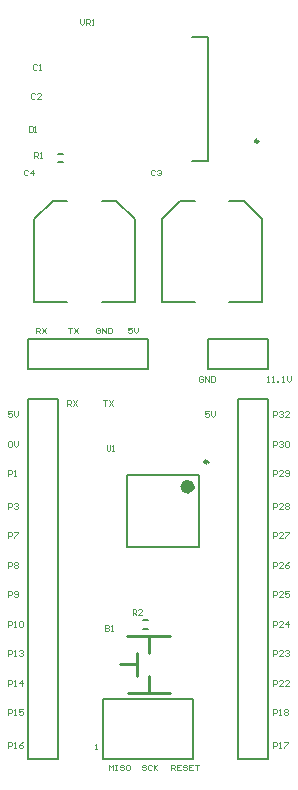
<source format=gto>
%FSTAX24Y24*%
%MOIN*%
%SFA1B1*%

%IPPOS*%
%ADD19C,0.010000*%
%ADD26C,0.009800*%
%ADD27C,0.023600*%
%ADD28C,0.007900*%
%ADD29C,0.004900*%
%LNpcb1-1*%
%LPC*%
G36*
X005088Y012029D02*
X005081D01*
Y012022*
X005088*
Y012029*
G37*
G36*
X005448Y012382D02*
X005435D01*
Y012376*
X005421*
Y012369*
X005408*
Y012362*
X005395*
Y012356*
X005381*
Y012349*
X005368*
Y012342*
X005355*
Y012336*
X005341*
Y012329*
X005328*
Y012322*
X005315*
Y012316*
X005301*
Y012309*
X005281*
Y012302*
X005268*
Y012296*
X005255*
Y012289*
X005241*
Y012282*
Y012276*
Y012269*
Y012262*
Y012255*
Y012249*
Y012242*
X005235*
Y012235*
Y012229*
Y012222*
Y012215*
X005228*
Y012209*
Y012202*
Y012195*
Y012189*
X005221*
Y012182*
Y012175*
Y012169*
X005214*
Y012162*
Y012155*
X005208*
Y012149*
Y012142*
X005201*
Y012135*
Y012129*
X005194*
Y012122*
Y012115*
X005188*
Y012109*
X005181*
Y012102*
Y012095*
X005174*
Y012089*
X005168*
Y012082*
X005161*
Y012075*
X005154*
Y012069*
X005148*
Y012062*
X005141*
Y012055*
X005128*
Y012049*
Y012042*
X005134*
Y012049*
X005148*
Y012055*
X005174*
Y012062*
X005208*
Y012069*
X005281*
Y012062*
X005315*
Y012055*
X005341*
Y012049*
X005361*
Y012042*
X005381*
Y012035*
X005395*
Y012029*
X005408*
Y012022*
X005428*
Y012015*
X005435*
Y012008*
X005448*
Y012015*
X005468*
Y012022*
X005488*
Y012029*
X005515*
Y012035*
X005535*
Y012042*
X005562*
Y012049*
X005588*
Y012055*
X005615*
Y012062*
X005628*
Y012069*
Y012075*
Y012082*
Y012089*
Y012095*
X005635*
Y012102*
Y012109*
Y012115*
Y012122*
Y012129*
Y012135*
X005642*
Y012142*
Y012149*
Y012155*
Y012162*
Y012169*
Y012175*
Y012182*
Y012189*
Y012195*
Y012202*
Y012209*
Y012215*
X005628*
Y012222*
X005622*
Y012229*
X005615*
Y012235*
X005602*
Y012242*
X005595*
Y012249*
X005588*
Y012255*
X005582*
Y012262*
X005568*
Y012269*
X005562*
Y012276*
X005555*
Y012282*
X005548*
Y012289*
X005542*
Y012296*
X005535*
Y012302*
X005522*
Y012309*
X005515*
Y012316*
X005508*
Y012322*
X005502*
Y012329*
X005495*
Y012336*
X005488*
Y012342*
X005482*
Y012349*
X005475*
Y012356*
X005468*
Y012362*
X005461*
Y012369*
X005455*
Y012376*
X005448*
Y012382*
G37*
G36*
X005341Y012703D02*
X005328D01*
Y012696*
X005321*
Y012689*
X005315*
Y012683*
X005308*
Y012676*
X005301*
Y012669*
X005295*
Y012663*
X005288*
Y012656*
X005281*
Y012649*
X005275*
Y012643*
X005261*
Y012636*
X005255*
Y012629*
X005248*
Y012623*
X005241*
Y012616*
X005235*
Y012609*
X005228*
Y012603*
X005221*
Y012596*
X005214*
Y012589*
X005208*
Y012583*
X005201*
Y012576*
X005194*
Y012569*
X005188*
Y012563*
X005181*
Y012556*
X005168*
Y012549*
X005161*
Y012543*
X005154*
Y012536*
X005148*
Y012529*
X005141*
Y012523*
X005134*
Y012516*
X005128*
Y012509*
X005121*
Y012502*
X005114*
Y012496*
X005108*
Y012489*
X005101*
Y012482*
X005094*
Y012476*
X005081*
Y012469*
X005074*
Y012462*
X005068*
Y012456*
X005061*
Y012449*
X005054*
Y012442*
X005048*
Y012436*
X005041*
Y012429*
X005034*
Y012422*
X005028*
Y012416*
X005021*
Y012409*
X005014*
Y012402*
X005008*
Y012396*
Y012389*
Y012382*
Y012376*
Y012369*
Y012362*
Y012356*
Y012349*
Y012342*
Y012336*
Y012329*
Y012322*
Y012316*
Y012309*
Y012302*
Y012296*
Y012289*
Y012282*
Y012276*
Y012269*
Y012262*
Y012255*
Y012249*
Y012242*
Y012235*
Y012229*
Y012222*
Y012215*
Y012209*
Y012202*
Y012195*
Y012189*
Y012182*
Y012175*
Y012169*
Y012162*
Y012155*
Y012149*
Y012142*
Y012135*
Y012129*
Y012122*
Y012115*
Y012109*
Y012102*
Y012095*
Y012089*
Y012082*
Y012075*
X005028*
Y012082*
X005048*
Y012089*
X005068*
Y012095*
X005074*
Y012102*
X005088*
Y012109*
X005101*
Y012115*
X005108*
Y012122*
X005114*
Y012129*
X005121*
Y012135*
X005128*
Y012142*
X005134*
Y012149*
X005141*
Y012155*
Y012162*
X005148*
Y012169*
Y012175*
X005154*
Y012182*
Y012189*
X005161*
Y012195*
Y012202*
Y012209*
X005168*
Y012215*
Y012222*
Y012229*
Y012235*
Y012242*
X005174*
Y012249*
Y012255*
Y012262*
Y012269*
Y012276*
Y012282*
Y012289*
Y012296*
Y012302*
Y012309*
Y012316*
Y012322*
Y012329*
Y012336*
Y012342*
X005194*
Y012349*
X005214*
Y012356*
X005235*
Y012362*
X005255*
Y012369*
X005268*
Y012376*
X005281*
Y012382*
X005301*
Y012389*
X005315*
Y012396*
X005328*
Y012402*
X005341*
Y012409*
X005355*
Y012416*
X005368*
Y012422*
X005375*
Y012429*
X005388*
Y012436*
X005401*
Y012442*
X005415*
Y012449*
X005421*
Y012456*
X005435*
Y012462*
X005441*
Y012469*
X005461*
Y012462*
X005468*
Y012456*
X005475*
Y012449*
X005482*
Y012442*
Y012436*
X005488*
Y012429*
X005495*
Y012422*
X005502*
Y012416*
X005508*
Y012409*
X005522*
Y012402*
X005528*
Y012396*
X005535*
Y012389*
X005542*
Y012382*
X005548*
Y012376*
X005555*
Y012369*
X005562*
Y012362*
X005568*
Y012356*
X005575*
Y012349*
X005582*
Y012342*
X005588*
Y012336*
X005595*
Y012329*
X005608*
Y012322*
X005615*
Y012316*
X005622*
Y012309*
X005628*
Y012302*
X005635*
Y012296*
X005642*
Y012289*
X005648*
Y012282*
X005662*
Y012276*
X005668*
Y012269*
X005675*
Y012262*
X005682*
Y012255*
X005695*
Y012249*
X005702*
Y012242*
X005709*
Y012235*
X005715*
Y012229*
Y012222*
Y012215*
Y012209*
Y012202*
Y012195*
Y012189*
Y012182*
Y012175*
Y012169*
X005709*
Y012162*
Y012155*
Y012149*
Y012142*
Y012135*
Y012129*
Y012122*
X005702*
Y012115*
Y012109*
Y012102*
Y012095*
Y012089*
X005695*
Y012082*
Y012075*
Y012069*
Y012062*
X005688*
Y012055*
Y012049*
Y012042*
Y012035*
X005682*
Y012029*
Y012022*
Y012015*
Y012008*
X005675*
Y012002*
X005662*
Y011995*
X005628*
Y011988*
X005595*
Y011982*
X005568*
Y011975*
X005548*
Y011968*
X005522*
Y011962*
X005502*
Y011955*
X005475*
Y011948*
X005448*
Y011942*
X005415*
Y011948*
X005408*
Y011955*
X005395*
Y011962*
X005381*
Y011968*
X005368*
Y011975*
X005355*
Y011982*
X005335*
Y011988*
X005315*
Y011995*
X005275*
Y012002*
X005221*
Y011995*
X005188*
Y011988*
X005168*
Y011982*
X005154*
Y011975*
X005141*
Y011968*
X005134*
Y011962*
X005121*
Y011955*
X005114*
Y011948*
X005108*
Y011942*
X005101*
Y011935*
X005094*
Y011928*
X005088*
Y011922*
X005081*
Y011915*
X005074*
Y011908*
X005068*
Y011902*
X005061*
Y011895*
Y011888*
X005054*
Y011882*
Y011875*
X005068*
Y011868*
X005088*
Y011862*
X005101*
Y011855*
X005114*
Y011848*
X005134*
Y011842*
X005148*
Y011835*
X005161*
Y011828*
X005181*
Y011822*
X005194*
Y011815*
X005208*
Y011808*
X005228*
Y011802*
X005241*
Y011795*
X005261*
Y011788*
X005275*
Y011782*
X005288*
Y011775*
X005308*
Y011768*
X005321*
Y011761*
X005335*
Y011755*
X005355*
Y011748*
X005368*
Y011741*
X005395*
Y011735*
X005461*
Y011728*
X005535*
Y011721*
X005608*
Y011715*
X005675*
Y011708*
X005715*
Y011701*
X005722*
Y011695*
X005729*
Y011688*
X005735*
Y011681*
X005749*
Y011675*
X005755*
Y011668*
X005762*
Y011661*
X005769*
Y011655*
X005782*
Y011648*
X005789*
Y011641*
X005795*
Y011635*
X005809*
Y011628*
X005815*
Y011621*
X005829*
Y011615*
X005835*
Y011608*
X005849*
Y011601*
X005855*
Y011595*
X005869*
Y011588*
X005875*
Y011581*
X005889*
Y011575*
X005902*
Y011568*
X005915*
Y011561*
X005929*
Y011555*
X005942*
Y011548*
X005956*
Y011541*
X005969*
Y011535*
X005982*
Y011528*
X005996*
Y011521*
X006016*
Y011514*
X006029*
Y011508*
X006049*
Y011501*
X006069*
Y011494*
X006089*
Y011488*
X006109*
Y011481*
X006136*
Y011474*
X006162*
Y011468*
X006196*
Y011461*
X006236*
Y011454*
X006296*
Y011448*
X006316*
Y011441*
X006323*
Y011434*
X006329*
Y011428*
X006336*
Y011421*
X006343*
Y011414*
X006349*
Y011408*
Y011401*
X006356*
Y011394*
X006363*
Y011388*
X006369*
Y011381*
X006376*
Y011374*
X006383*
Y011368*
X006389*
Y011361*
X006396*
Y011354*
X006403*
Y011348*
X006409*
Y011341*
X006416*
Y011334*
Y011328*
X006423*
Y011321*
X006429*
Y011314*
X006436*
Y011308*
X006443*
Y011301*
X006463*
Y011308*
X006476*
Y011314*
X006483*
Y011321*
X006496*
Y011328*
X006503*
Y011334*
X00651*
Y011341*
X006523*
Y011348*
X00653*
Y011354*
X006536*
Y011361*
X006543*
Y011368*
X006556*
Y011374*
X006563*
Y011381*
X00657*
Y011388*
X006576*
Y011394*
X006583*
Y011401*
X00659*
Y011408*
X006596*
Y011414*
X006603*
Y011421*
X00661*
Y011428*
X006616*
Y011434*
X006623*
Y011441*
X00663*
Y011448*
Y011454*
X006636*
Y011461*
X006643*
Y011468*
X00665*
Y011474*
X006656*
Y011481*
Y011488*
X006663*
Y011494*
X00667*
Y011501*
X006676*
Y011508*
Y011514*
X006683*
Y011521*
X00669*
Y011528*
Y011535*
X006697*
Y011541*
Y011548*
X006703*
Y011555*
X00671*
Y011561*
Y011568*
X006717*
Y011575*
Y011581*
Y011588*
X00671*
Y011595*
Y011601*
X006703*
Y011608*
X006697*
Y011615*
X00669*
Y011621*
Y011628*
X006683*
Y011635*
X006676*
Y011641*
X00667*
Y011648*
X006663*
Y011655*
Y011661*
X006656*
Y011668*
X00665*
Y011675*
X006643*
Y011681*
Y011688*
X006636*
Y011695*
X00663*
Y011701*
X006623*
Y011708*
Y011715*
X006616*
Y011721*
X00661*
Y011728*
X006603*
Y011735*
X006596*
Y011741*
Y011748*
X00659*
Y011755*
X006583*
Y011761*
X006576*
Y011768*
Y011775*
X00657*
Y011782*
X006563*
Y011788*
X006556*
Y011795*
Y011802*
X00655*
Y011808*
X006543*
Y011815*
X006536*
Y011822*
Y011828*
X00653*
Y011835*
X006523*
Y011842*
X006516*
Y011848*
X00651*
Y011855*
Y011862*
X006503*
Y011868*
X006496*
Y011875*
X00649*
Y011882*
Y011888*
X006483*
Y011895*
X006476*
Y011902*
X00647*
Y011908*
Y011915*
X006463*
Y011922*
X006456*
Y011928*
X006449*
Y011935*
X006443*
Y011942*
Y011948*
X006436*
Y011955*
X006429*
Y011962*
X006423*
Y011968*
Y011975*
X006416*
Y011982*
X006409*
Y011988*
X006403*
Y011995*
Y012002*
X006396*
Y012008*
X006389*
Y012015*
X006383*
Y012022*
Y012029*
X006376*
Y012035*
X006369*
Y012042*
X006363*
Y012049*
X006356*
Y012055*
Y012062*
X006349*
Y012069*
X006343*
Y012075*
X006336*
Y012082*
Y012089*
X006329*
Y012095*
X006323*
Y012102*
X006316*
Y012109*
Y012115*
X006309*
Y012122*
X006303*
Y012129*
X006296*
Y012135*
X006289*
Y012142*
Y012149*
X006283*
Y012155*
X006276*
Y012162*
X006269*
Y012169*
Y012175*
X006263*
Y012182*
X006256*
Y012189*
X006249*
Y012195*
Y012202*
X006243*
Y012209*
X006236*
Y012215*
X006229*
Y012222*
Y012229*
X006223*
Y012235*
X006216*
Y012242*
X006209*
Y012249*
X006202*
Y012255*
Y012262*
X006196*
Y012269*
X006189*
Y012276*
X006182*
Y012282*
Y012289*
X006176*
Y012296*
X006169*
Y012302*
X006162*
Y012309*
Y012316*
X006156*
Y012322*
X006149*
Y012329*
X006142*
Y012336*
X006136*
Y012342*
Y012349*
X006129*
Y012356*
X006122*
Y012362*
X006116*
Y012369*
Y012376*
X006109*
Y012382*
X006102*
Y012389*
X006096*
Y012396*
Y012402*
X006089*
Y012409*
X006082*
Y012416*
X006076*
Y012422*
Y012429*
X006069*
Y012436*
X006062*
Y012442*
X006056*
Y012449*
X006049*
Y012456*
Y012462*
X006042*
Y012469*
X006036*
Y012476*
X006029*
Y012482*
Y012489*
X006022*
Y012496*
X006016*
Y012502*
X006009*
Y012509*
Y012516*
X006002*
Y012523*
X005996*
Y012529*
X005989*
Y012536*
X005982*
Y012543*
Y012549*
X005976*
Y012556*
X005969*
Y012563*
X005935*
Y012569*
X005909*
Y012576*
X005875*
Y012583*
X005849*
Y012589*
X005815*
Y012596*
X005789*
Y012603*
X005762*
Y012609*
X005729*
Y012616*
X005702*
Y012623*
X005668*
Y012629*
X005642*
Y012636*
X005608*
Y012643*
X005582*
Y012649*
X005548*
Y012656*
X005522*
Y012663*
X005488*
Y012669*
X005461*
Y012676*
X005428*
Y012683*
X005401*
Y012689*
X005368*
Y012696*
X005341*
Y012703*
G37*
G36*
X005408Y013557D02*
X005395D01*
Y013551*
X005388*
Y013544*
X005375*
Y013537*
X005368*
Y013531*
X005361*
Y013524*
Y013517*
X005355*
Y013511*
X005348*
Y013504*
Y013497*
X005341*
Y01349*
Y013484*
X005335*
Y013477*
Y01347*
Y013464*
Y013457*
Y01345*
Y013444*
X005328*
Y013437*
Y01343*
Y013424*
X005335*
Y013417*
Y01341*
Y013404*
Y013397*
Y01339*
Y013384*
Y013377*
Y01337*
X005341*
Y013364*
Y013357*
Y01335*
Y013344*
X005348*
Y013337*
Y01333*
Y013324*
Y013317*
X005355*
Y01331*
Y013304*
Y013297*
X005361*
Y01329*
Y013284*
Y013277*
X005368*
Y01327*
Y013264*
X005375*
Y013257*
Y01325*
Y013243*
X005381*
Y013237*
Y01323*
X005388*
Y013223*
Y013217*
Y01321*
X005395*
Y013203*
Y013197*
X005401*
Y01319*
Y013183*
X005408*
Y013177*
Y01317*
Y013163*
X005415*
Y013157*
Y01315*
X005421*
Y013143*
Y013137*
X005428*
Y01313*
Y013123*
X005435*
Y013117*
Y01311*
X005441*
Y013103*
Y013097*
X005448*
Y01309*
Y013083*
X005455*
Y013077*
Y01307*
Y013063*
X005461*
Y013057*
Y01305*
X005468*
Y013043*
Y013037*
X005475*
Y01303*
Y013023*
X005482*
Y013017*
Y01301*
X005488*
Y013003*
X005495*
Y012996*
X005502*
Y01299*
X005515*
Y012983*
X005522*
Y012976*
X005528*
Y01297*
X005542*
Y012963*
X005548*
Y012956*
X005555*
Y01295*
X005568*
Y012943*
X005575*
Y012936*
X005582*
Y01293*
X005595*
Y012923*
X005602*
Y012916*
X005608*
Y01291*
X005622*
Y012903*
X005628*
Y012896*
X005642*
Y01289*
X005648*
Y012883*
X005655*
Y012876*
X005668*
Y01287*
X005675*
Y012863*
X005682*
Y012856*
X005695*
Y01285*
X005702*
Y012843*
X005709*
Y012836*
X005722*
Y01283*
X005729*
Y012823*
X005735*
Y012816*
X005749*
Y01281*
X005755*
Y012803*
X005769*
Y012796*
X005775*
Y01279*
X005782*
Y012783*
X005795*
Y012776*
X005802*
Y01277*
X005809*
Y012763*
X005822*
Y012756*
X005829*
Y012749*
X005835*
Y012743*
X005849*
Y012736*
X005855*
Y012729*
X005862*
Y012723*
X005869*
Y012729*
Y012736*
Y012743*
X005862*
Y012749*
X005855*
Y012756*
Y012763*
X005849*
Y01277*
Y012776*
X005842*
Y012783*
Y01279*
X005835*
Y012796*
Y012803*
X005829*
Y01281*
X005822*
Y012816*
Y012823*
X005815*
Y01283*
Y012836*
X005809*
Y012843*
Y01285*
X005802*
Y012856*
X005795*
Y012863*
Y01287*
X005789*
Y012876*
Y012883*
X005782*
Y01289*
Y012896*
X005775*
Y012903*
X005769*
Y01291*
Y012916*
X005762*
Y012923*
Y01293*
X005755*
Y012936*
Y012943*
X005749*
Y01295*
Y012956*
X005742*
Y012963*
X005735*
Y01297*
Y012976*
X005729*
Y012983*
Y01299*
X005722*
Y012996*
Y013003*
X005715*
Y01301*
X005709*
Y013017*
Y013023*
X005702*
Y01303*
Y013037*
X005695*
Y013043*
Y01305*
X005688*
Y013057*
Y013063*
X005682*
Y01307*
X005675*
Y013077*
Y013083*
X005668*
Y01309*
Y013097*
X005662*
Y013103*
Y01311*
X005655*
Y013117*
X005648*
Y013123*
Y01313*
X005642*
Y013137*
Y013143*
X005635*
Y01315*
Y013157*
X005628*
Y013163*
X005622*
Y01317*
Y013177*
X005615*
Y013183*
Y01319*
X005608*
Y013197*
Y013203*
X005602*
Y01321*
Y013217*
X005595*
Y013223*
X005588*
Y01323*
Y013237*
X005582*
Y013243*
Y01325*
X005575*
Y013257*
Y013264*
X005568*
Y01327*
X005562*
Y013277*
Y013284*
X005555*
Y01329*
Y013297*
X005548*
Y013304*
Y01331*
X005542*
Y013317*
Y013324*
X005535*
Y01333*
X005528*
Y013337*
Y013344*
X005522*
Y01335*
Y013357*
X005515*
Y013364*
Y01337*
X005508*
Y013377*
X005502*
Y013384*
Y01339*
X005495*
Y013397*
Y013404*
X005488*
Y01341*
Y013417*
X005482*
Y013424*
Y01343*
X005475*
Y013437*
X005468*
Y013444*
Y01345*
X005461*
Y013457*
Y013464*
X005455*
Y01347*
Y013477*
X005448*
Y013484*
X005441*
Y01349*
Y013497*
X005435*
Y013504*
Y013511*
X005428*
Y013517*
Y013524*
X005421*
Y013531*
X005415*
Y013537*
Y013544*
X005408*
Y013551*
Y013557*
G37*
G36*
X004914Y013337D02*
X004901D01*
Y01333*
Y013324*
X004894*
Y013317*
Y01331*
X004887*
Y013304*
Y013297*
Y01329*
Y013284*
X004881*
Y013277*
Y01327*
Y013264*
Y013257*
Y01325*
Y013243*
Y013237*
Y01323*
X004887*
Y013223*
Y013217*
Y01321*
X004894*
Y013203*
Y013197*
X004901*
Y01319*
Y013183*
X004907*
Y013177*
Y01317*
X004914*
Y013163*
Y013157*
X004921*
Y01315*
X004927*
Y013143*
X004934*
Y013137*
Y01313*
X004941*
Y013123*
X004947*
Y013117*
X004954*
Y01311*
X004961*
Y013103*
Y013097*
X004967*
Y01309*
X004974*
Y013083*
X004981*
Y013077*
X004988*
Y01307*
X004994*
Y013063*
X005001*
Y013057*
X005008*
Y01305*
X005014*
Y013043*
X005021*
Y013037*
X005028*
Y01303*
X005041*
Y013023*
X005048*
Y013017*
X005054*
Y01301*
X005061*
Y013003*
X005068*
Y012996*
X005074*
Y01299*
X005088*
Y012983*
X005094*
Y012976*
X005101*
Y01297*
X005108*
Y012963*
X005121*
Y012956*
X005128*
Y01295*
X005134*
Y012943*
X005141*
Y012936*
X005148*
Y01293*
X005161*
Y012923*
X005168*
Y012916*
X005174*
Y01291*
X005181*
Y012903*
X005194*
Y012896*
X005201*
Y01289*
X005208*
Y012883*
X005214*
Y012876*
X005221*
Y01287*
X005235*
Y012863*
X005241*
Y012856*
X005248*
Y01285*
X005255*
Y012843*
X005268*
Y012836*
X005275*
Y01283*
X005281*
Y012823*
X005288*
Y012816*
X005295*
Y01281*
X005308*
Y012803*
X005315*
Y012796*
X005321*
Y01279*
X005328*
Y012783*
X005341*
Y012776*
X005348*
Y01277*
X005355*
Y012763*
X005361*
Y012756*
X005395*
Y012749*
X005428*
Y012743*
X005455*
Y012736*
X005488*
Y012729*
X005522*
Y012723*
X005555*
Y012716*
X005588*
Y012709*
X005622*
Y012703*
X005655*
Y012696*
X005688*
Y012689*
X005722*
Y012683*
X005755*
Y012676*
X005789*
Y012669*
X005822*
Y012663*
X005835*
Y012669*
X005829*
Y012676*
X005822*
Y012683*
X005815*
Y012689*
X005802*
Y012696*
X005795*
Y012703*
X005782*
Y012709*
X005775*
Y012716*
X005769*
Y012723*
X005755*
Y012729*
X005749*
Y012736*
X005742*
Y012743*
X005729*
Y012749*
X005722*
Y012756*
X005709*
Y012763*
X005702*
Y01277*
X005695*
Y012776*
X005682*
Y012783*
X005675*
Y01279*
X005668*
Y012796*
X005655*
Y012803*
X005648*
Y01281*
X005635*
Y012816*
X005628*
Y012823*
X005622*
Y01283*
X005608*
Y012836*
X005602*
Y012843*
X005588*
Y01285*
X005582*
Y012856*
X005575*
Y012863*
X005562*
Y01287*
X005555*
Y012876*
X005548*
Y012883*
X005535*
Y01289*
X005528*
Y012896*
X005515*
Y012903*
X005508*
Y01291*
X005502*
Y012916*
X005488*
Y012923*
X005482*
Y01293*
X005468*
Y012936*
X005461*
Y012943*
X005455*
Y01295*
X005441*
Y012956*
X005435*
Y012963*
X005428*
Y01297*
X005415*
Y012976*
X005408*
Y012983*
X005395*
Y01299*
X005388*
Y012996*
X005381*
Y013003*
X005368*
Y01301*
X005361*
Y013017*
X005348*
Y013023*
X005341*
Y01303*
X005335*
Y013037*
X005321*
Y013043*
X005315*
Y01305*
X005308*
Y013057*
X005295*
Y013063*
X005288*
Y01307*
X005275*
Y013077*
X005268*
Y013083*
X005261*
Y01309*
X005248*
Y013097*
X005241*
Y013103*
X005235*
Y01311*
X005221*
Y013117*
X005214*
Y013123*
X005201*
Y01313*
X005194*
Y013137*
X005188*
Y013143*
X005174*
Y01315*
X005168*
Y013157*
X005154*
Y013163*
X005148*
Y01317*
X005141*
Y013177*
X005128*
Y013183*
X005121*
Y01319*
X005114*
Y013197*
X005101*
Y013203*
X005094*
Y01321*
X005081*
Y013217*
X005074*
Y013223*
X005068*
Y01323*
X005054*
Y013237*
X005048*
Y013243*
X005034*
Y01325*
X005028*
Y013257*
X005021*
Y013264*
X005008*
Y01327*
X005001*
Y013277*
X004994*
Y013284*
X004981*
Y01329*
X004974*
Y013297*
X004961*
Y013304*
X004954*
Y01331*
X004947*
Y013317*
X004934*
Y013324*
X004927*
Y01333*
X004914*
Y013337*
G37*
G36*
X005996Y01341D02*
X005976D01*
Y013404*
X005956*
Y013397*
X005942*
Y01339*
X005929*
Y013384*
X005922*
Y013377*
X005909*
Y01337*
X005902*
Y013364*
X005895*
Y013357*
X005889*
Y01335*
X005882*
Y013344*
X005875*
Y013337*
Y01333*
X005869*
Y013324*
Y013317*
X005862*
Y01331*
Y013304*
X005855*
Y013297*
Y01329*
X005849*
Y013284*
Y013277*
Y01327*
X005842*
Y013264*
Y013257*
Y01325*
Y013243*
Y013237*
X005835*
Y01323*
Y013223*
Y013217*
Y01321*
Y013203*
Y013197*
Y01319*
X005829*
Y013183*
Y013177*
Y01317*
Y013163*
Y013157*
Y01315*
Y013143*
Y013137*
Y01313*
Y013123*
Y013117*
Y01311*
Y013103*
Y013097*
Y01309*
Y013083*
Y013077*
Y01307*
Y013063*
Y013057*
Y01305*
Y013043*
Y013037*
Y01303*
Y013023*
Y013017*
Y01301*
Y013003*
Y012996*
Y01299*
Y012983*
X005835*
Y012976*
Y01297*
Y012963*
Y012956*
Y01295*
Y012943*
Y012936*
Y01293*
X005842*
Y012923*
X005849*
Y012916*
Y01291*
X005855*
Y012903*
Y012896*
X005862*
Y01289*
Y012883*
X005869*
Y012876*
Y01287*
X005875*
Y012863*
X005882*
Y012856*
Y01285*
X005889*
Y012843*
Y012836*
X005895*
Y01283*
Y012823*
X005902*
Y012816*
X005909*
Y01281*
Y012803*
X005915*
Y012796*
Y01279*
X005922*
Y012783*
Y012776*
X005929*
Y01277*
X005935*
Y012763*
Y012756*
X005942*
Y012749*
Y012743*
X005949*
Y012736*
Y012729*
X005956*
Y012723*
Y012716*
X005962*
Y012709*
X005969*
Y012703*
Y012696*
X005976*
Y012689*
Y012683*
X005982*
Y012676*
Y012669*
X005989*
Y012663*
X005996*
Y012656*
Y012649*
X006002*
Y012643*
Y012636*
X006009*
Y012629*
Y012623*
X006016*
Y012616*
X006022*
Y012623*
Y012629*
Y012636*
Y012643*
Y012649*
X006016*
Y012656*
Y012663*
Y012669*
Y012676*
Y012683*
Y012689*
Y012696*
Y012703*
X006009*
Y012709*
Y012716*
Y012723*
Y012729*
Y012736*
Y012743*
Y012749*
Y012756*
Y012763*
Y01277*
Y012776*
X006002*
Y012783*
Y01279*
Y012796*
Y012803*
Y01281*
Y012816*
Y012823*
Y01283*
Y012836*
Y012843*
Y01285*
Y012856*
X005996*
Y012863*
Y01287*
Y012876*
Y012883*
Y01289*
Y012896*
Y012903*
Y01291*
Y012916*
Y012923*
Y01293*
Y012936*
Y012943*
Y01295*
Y012956*
Y012963*
Y01297*
Y012976*
X005989*
Y012983*
Y01299*
Y012996*
Y013003*
Y01301*
Y013017*
Y013023*
Y01303*
Y013037*
Y013043*
Y01305*
Y013057*
Y013063*
Y01307*
Y013077*
Y013083*
Y01309*
Y013097*
Y013103*
Y01311*
Y013117*
Y013123*
Y01313*
Y013137*
Y013143*
Y01315*
Y013157*
Y013163*
Y01317*
Y013177*
Y013183*
Y01319*
Y013197*
Y013203*
Y01321*
Y013217*
Y013223*
Y01323*
Y013237*
Y013243*
Y01325*
Y013257*
Y013264*
Y01327*
Y013277*
Y013284*
Y01329*
Y013297*
Y013304*
Y01331*
Y013317*
Y013324*
Y01333*
Y013337*
Y013344*
Y01335*
Y013357*
Y013364*
Y01337*
Y013377*
Y013384*
X005996*
Y01339*
Y013397*
Y013404*
Y01341*
G37*
%LNpcb1-2*%
%LPD*%
G54D19*
X003937Y003858D02*
X004528D01*
Y003465D02*
Y004252D01*
X004921Y002913D02*
Y003465D01*
Y004252D02*
Y004803D01*
X004183D02*
X00561D01*
X004232Y002913D02*
X00561D01*
G54D26*
X008553Y021297D02*
D01*
D01*
G75*
G03X008455I-000049J0D01*
G74*G01*
D01*
G75*
G03X008553I000049J0D01*
G74*G01*
X00687Y01061D02*
D01*
D01*
G75*
G03X006772I-000049J0D01*
G74*G01*
D01*
G75*
G03X00687I000049J0D01*
G74*G01*
G54D27*
X006319Y009783D02*
D01*
D01*
G75*
G03X006083I-000118J0D01*
G74*G01*
D01*
G75*
G03X006319I000118J0D01*
G74*G01*
G54D28*
X006339Y020653D02*
X00689D01*
Y024787*
X006339D02*
X00689D01*
X000886Y013705D02*
Y014705D01*
X004886*
X000886Y013705D02*
X004886D01*
Y014705*
X004469Y000705D02*
X006386D01*
X003386D02*
X006386D01*
X003386Y002705D02*
X006386D01*
X003386Y000705D02*
Y002705D01*
X006386Y000705D02*
Y002705D01*
X000886Y000705D02*
X001886D01*
X000886D02*
Y012705D01*
X001886*
Y011955D02*
Y012705D01*
Y000705D02*
Y011955D01*
X007886Y012705D02*
X008886D01*
Y000705D02*
Y012705D01*
X007886Y000705D02*
X008886D01*
X007886D02*
Y001455D01*
Y012705*
X006886Y013705D02*
X008886D01*
Y014705*
X006886D02*
X008886D01*
X006886Y013705D02*
Y014705D01*
X001093Y015956D02*
Y018693D01*
Y015956D02*
X002195D01*
X003337D02*
X004439D01*
Y018693*
X001703Y019303D02*
X002195D01*
X001093Y018693D02*
X001703Y019303D01*
X003829D02*
X004439Y018693D01*
X003337Y019303D02*
X003829D01*
X001888Y020889D02*
X002046D01*
X001888Y020614D02*
X002046D01*
X005346Y015956D02*
Y018693D01*
Y015956D02*
X006449D01*
X00759D02*
X008693D01*
Y018693*
X005956Y019303D02*
X006449D01*
X005346Y018693D02*
X005956Y019303D01*
X008082D02*
X008693Y018693D01*
X00759Y019303D02*
X008082D01*
X004724Y005052D02*
X004882D01*
X004724Y005327D02*
X004882D01*
X004193Y010177D02*
X006594D01*
X004193Y007776D02*
X006594D01*
Y010177*
X004193Y007776D02*
Y010177D01*
G54D29*
X003504Y011181D02*
Y011017D01*
X003537Y010984*
X003602*
X003635Y011017*
Y011181*
X003701Y010984D02*
X003766D01*
X003734*
Y011181*
X003701Y011148*
X003465Y005157D02*
Y004961D01*
X003563*
X003596Y004993*
Y005026*
X003563Y005059*
X003465*
X003563*
X003596Y005092*
Y005125*
X003563Y005157*
X003465*
X003661Y004961D02*
X003727D01*
X003694*
Y005157*
X003661Y005125*
X001194Y023825D02*
X001161Y023858D01*
X001096*
X001063Y023825*
Y023694*
X001096Y023661*
X001161*
X001194Y023694*
X00126Y023661D02*
X001325D01*
X001293*
Y023858*
X00126Y023825*
X001115Y022881D02*
X001083Y022913D01*
X001017*
X000984Y022881*
Y022749*
X001017Y022717*
X001083*
X001115Y022749*
X001312Y022717D02*
X001181D01*
X001312Y022848*
Y022881*
X001279Y022913*
X001214*
X001181Y022881*
X005131Y020321D02*
X005098Y020354D01*
X005033*
X005Y020321*
Y02019*
X005033Y020157*
X005098*
X005131Y02019*
X005197Y020321D02*
X00523Y020354D01*
X005295*
X005328Y020321*
Y020289*
X005295Y020256*
X005262*
X005295*
X005328Y020223*
Y02019*
X005295Y020157*
X00523*
X005197Y02019*
X000879Y020321D02*
X000846Y020354D01*
X000781*
X000748Y020321*
Y02019*
X000781Y020157*
X000846*
X000879Y02019*
X001043Y020157D02*
Y020354D01*
X000945Y020256*
X001076*
X000906Y021811D02*
Y021614D01*
X001004*
X001037Y021647*
Y021778*
X001004Y021811*
X000906*
X001102Y021614D02*
X001168D01*
X001135*
Y021811*
X001102Y021778*
Y020748D02*
Y020945D01*
X001201*
X001234Y020912*
Y020846*
X001201Y020814*
X001102*
X001168D02*
X001234Y020748D01*
X001299D02*
X001365D01*
X001332*
Y020945*
X001299Y020912*
X00437Y005512D02*
Y005709D01*
X004468*
X004501Y005676*
Y00561*
X004468Y005577*
X00437*
X004436D02*
X004501Y005512D01*
X004698D02*
X004567D01*
X004698Y005643*
Y005676*
X004665Y005709*
X0046*
X004567Y005676*
X002609Y025369D02*
Y025238D01*
X002675Y025172*
X00274Y025238*
Y025369*
X002806Y025172D02*
Y025369D01*
X002904*
X002937Y025336*
Y025271*
X002904Y025238*
X002806*
X002872D02*
X002937Y025172D01*
X003003D02*
X003068D01*
X003036*
Y025369*
X003003Y025336*
X006923Y012303D02*
X006791D01*
Y012205*
X006857Y012237*
X00689*
X006923Y012205*
Y012139*
X00689Y012106*
X006824*
X006791Y012139*
X006988Y012303D02*
Y012172D01*
X007054Y012106*
X007119Y012172*
Y012303*
X002195Y01247D02*
Y012667D01*
X002293*
X002326Y012634*
Y012569*
X002293Y012536*
X002195*
X00226D02*
X002326Y01247D01*
X002392Y012667D02*
X002523Y01247D01*
Y012667D02*
X002392Y01247D01*
X003376Y012667D02*
X003507D01*
X003442*
Y01247*
X003573Y012667D02*
X003704Y01247D01*
Y012667D02*
X003573Y01247D01*
X009055Y011122D02*
Y011319D01*
X009154*
X009186Y011286*
Y01122*
X009154Y011188*
X009055*
X009252Y011286D02*
X009285Y011319D01*
X00935*
X009383Y011286*
Y011253*
X00935Y01122*
X009317*
X00935*
X009383Y011188*
Y011155*
X00935Y011122*
X009285*
X009252Y011155*
X009449Y011286D02*
X009481Y011319D01*
X009547*
X00958Y011286*
Y011155*
X009547Y011122*
X009481*
X009449Y011155*
Y011286*
X009055Y012106D02*
Y012303D01*
X009154*
X009186Y01227*
Y012205*
X009154Y012172*
X009055*
X009252Y01227D02*
X009285Y012303D01*
X00935*
X009383Y01227*
Y012237*
X00935Y012205*
X009317*
X00935*
X009383Y012172*
Y012139*
X00935Y012106*
X009285*
X009252Y012139*
X00958Y012106D02*
X009449D01*
X00958Y012237*
Y01227*
X009547Y012303*
X009481*
X009449Y01227*
X009055Y010138D02*
Y010335D01*
X009154*
X009186Y010302*
Y010236*
X009154Y010203*
X009055*
X009383Y010138D02*
X009252D01*
X009383Y010269*
Y010302*
X00935Y010335*
X009285*
X009252Y010302*
X009449Y010171D02*
X009481Y010138D01*
X009547*
X00958Y010171*
Y010302*
X009547Y010335*
X009481*
X009449Y010302*
Y010269*
X009481Y010236*
X00958*
X009055Y009055D02*
Y009252D01*
X009154*
X009186Y009219*
Y009154*
X009154Y009121*
X009055*
X009383Y009055D02*
X009252D01*
X009383Y009186*
Y009219*
X00935Y009252*
X009285*
X009252Y009219*
X009449D02*
X009481Y009252D01*
X009547*
X00958Y009219*
Y009186*
X009547Y009154*
X00958Y009121*
Y009088*
X009547Y009055*
X009481*
X009449Y009088*
Y009121*
X009481Y009154*
X009449Y009186*
Y009219*
X009481Y009154D02*
X009547D01*
X009055Y007087D02*
Y007283D01*
X009154*
X009186Y007251*
Y007185*
X009154Y007152*
X009055*
X009383Y007087D02*
X009252D01*
X009383Y007218*
Y007251*
X00935Y007283*
X009285*
X009252Y007251*
X00958Y007283D02*
X009514Y007251D01*
X009449Y007185*
Y007119*
X009481Y007087*
X009547*
X00958Y007119*
Y007152*
X009547Y007185*
X009449*
X009055Y008071D02*
Y008268D01*
X009154*
X009186Y008235*
Y008169*
X009154Y008136*
X009055*
X009383Y008071D02*
X009252D01*
X009383Y008202*
Y008235*
X00935Y008268*
X009285*
X009252Y008235*
X009449Y008268D02*
X00958D01*
Y008235*
X009449Y008104*
Y008071*
X009055Y006102D02*
Y006299D01*
X009154*
X009186Y006266*
Y006201*
X009154Y006168*
X009055*
X009383Y006102D02*
X009252D01*
X009383Y006234*
Y006266*
X00935Y006299*
X009285*
X009252Y006266*
X00958Y006299D02*
X009449D01*
Y006201*
X009514Y006234*
X009547*
X00958Y006201*
Y006135*
X009547Y006102*
X009481*
X009449Y006135*
X009055Y005118D02*
Y005315D01*
X009154*
X009186Y005282*
Y005217*
X009154Y005184*
X009055*
X009383Y005118D02*
X009252D01*
X009383Y005249*
Y005282*
X00935Y005315*
X009285*
X009252Y005282*
X009547Y005118D02*
Y005315D01*
X009449Y005217*
X00958*
X009055Y004134D02*
Y004331D01*
X009154*
X009186Y004298*
Y004232*
X009154Y004199*
X009055*
X009383Y004134D02*
X009252D01*
X009383Y004265*
Y004298*
X00935Y004331*
X009285*
X009252Y004298*
X009449D02*
X009481Y004331D01*
X009547*
X00958Y004298*
Y004265*
X009547Y004232*
X009514*
X009547*
X00958Y004199*
Y004167*
X009547Y004134*
X009481*
X009449Y004167*
X009055Y00315D02*
Y003346D01*
X009154*
X009186Y003314*
Y003248*
X009154Y003215*
X009055*
X009383Y00315D02*
X009252D01*
X009383Y003281*
Y003314*
X00935Y003346*
X009285*
X009252Y003314*
X00958Y00315D02*
X009449D01*
X00958Y003281*
Y003314*
X009547Y003346*
X009481*
X009449Y003314*
X009055Y002165D02*
Y002362D01*
X009154*
X009186Y002329*
Y002264*
X009154Y002231*
X009055*
X009252Y002165D02*
X009317D01*
X009285*
Y002362*
X009252Y002329*
X009416D02*
X009449Y002362D01*
X009514*
X009547Y002329*
Y002297*
X009514Y002264*
X009547Y002231*
Y002198*
X009514Y002165*
X009449*
X009416Y002198*
Y002231*
X009449Y002264*
X009416Y002297*
Y002329*
X009449Y002264D02*
X009514D01*
X009055Y001083D02*
Y001279D01*
X009154*
X009186Y001247*
Y001181*
X009154Y001148*
X009055*
X009252Y001083D02*
X009317D01*
X009285*
Y001279*
X009252Y001247*
X009416Y001279D02*
X009547D01*
Y001247*
X009416Y001115*
Y001083*
X003291Y015056D02*
X003258Y015089D01*
X003192*
X003159Y015056*
Y014925*
X003192Y014892*
X003258*
X003291Y014925*
Y01499*
X003225*
X003356Y014892D02*
Y015089D01*
X003487Y014892*
Y015089*
X003553D02*
Y014892D01*
X003651*
X003684Y014925*
Y015056*
X003651Y015089*
X003553*
X008858Y013287D02*
X008924D01*
X008891*
Y013484*
X008858Y013451*
X009022Y013287D02*
X009088D01*
X009055*
Y013484*
X009022Y013451*
X009186Y013287D02*
Y01332D01*
X009219*
Y013287*
X009186*
X00935D02*
X009416D01*
X009383*
Y013484*
X00935Y013451*
X009514Y013484D02*
Y013353D01*
X00958Y013287*
X009645Y013353*
Y013484*
X004344Y015089D02*
X004213D01*
Y01499*
X004278Y015023*
X004311*
X004344Y01499*
Y014925*
X004311Y014892*
X004245*
X004213Y014925*
X004409Y015089D02*
Y014957D01*
X004475Y014892*
X004541Y014957*
Y015089*
X006726Y013451D02*
X006693Y013484D01*
X006627*
X006594Y013451*
Y01332*
X006627Y013287*
X006693*
X006726Y01332*
Y013386*
X00666*
X006791Y013287D02*
Y013484D01*
X006922Y013287*
Y013484*
X006988D02*
Y013287D01*
X007086*
X007119Y01332*
Y013451*
X007086Y013484*
X006988*
X002234Y015089D02*
X002365D01*
X0023*
Y014892*
X002431Y015089D02*
X002562Y014892D01*
Y015089D02*
X002431Y014892D01*
X001161D02*
Y015089D01*
X00126*
X001293Y015056*
Y01499*
X00126Y014957*
X001161*
X001227D02*
X001293Y014892D01*
X001358Y015089D02*
X001489Y014892D01*
Y015089D02*
X001358Y014892D01*
X005659Y000325D02*
Y000522D01*
X005758*
X005791Y000489*
Y000423*
X005758Y00039*
X005659*
X005725D02*
X005791Y000325D01*
X005987Y000522D02*
X005856D01*
Y000325*
X005987*
X005856Y000423D02*
X005922D01*
X006184Y000489D02*
X006151Y000522D01*
X006086*
X006053Y000489*
Y000456*
X006086Y000423*
X006151*
X006184Y00039*
Y000358*
X006151Y000325*
X006086*
X006053Y000358*
X006381Y000522D02*
X00625D01*
Y000325*
X006381*
X00625Y000423D02*
X006315D01*
X006447Y000522D02*
X006578D01*
X006512*
Y000325*
X004806Y000489D02*
X004774Y000522D01*
X004708*
X004675Y000489*
Y000456*
X004708Y000423*
X004774*
X004806Y00039*
Y000358*
X004774Y000325*
X004708*
X004675Y000358*
X005003Y000489D02*
X00497Y000522D01*
X004905*
X004872Y000489*
Y000358*
X004905Y000325*
X00497*
X005003Y000358*
X005069Y000522D02*
Y000325D01*
Y00039*
X0052Y000522*
X005102Y000423*
X0052Y000325*
X003593D02*
Y000522D01*
X003658Y000456*
X003724Y000522*
Y000325*
X003789Y000522D02*
X003855D01*
X003822*
Y000325*
X003789*
X003855*
X004084Y000489D02*
X004052Y000522D01*
X003986*
X003953Y000489*
Y000456*
X003986Y000423*
X004052*
X004084Y00039*
Y000358*
X004052Y000325*
X003986*
X003953Y000358*
X004248Y000522D02*
X004183D01*
X00415Y000489*
Y000358*
X004183Y000325*
X004248*
X004281Y000358*
Y000489*
X004248Y000522*
X000214Y001083D02*
Y001279D01*
X000313*
X000345Y001247*
Y001181*
X000313Y001148*
X000214*
X000411Y001083D02*
X000477D01*
X000444*
Y001279*
X000411Y001247*
X000706Y001279D02*
X000641Y001247D01*
X000575Y001181*
Y001115*
X000608Y001083*
X000673*
X000706Y001115*
Y001148*
X000673Y001181*
X000575*
X000214Y002165D02*
Y002362D01*
X000313*
X000345Y002329*
Y002264*
X000313Y002231*
X000214*
X000411Y002165D02*
X000477D01*
X000444*
Y002362*
X000411Y002329*
X000706Y002362D02*
X000575D01*
Y002264*
X000641Y002297*
X000673*
X000706Y002264*
Y002198*
X000673Y002165*
X000608*
X000575Y002198*
X000214Y00315D02*
Y003346D01*
X000313*
X000345Y003314*
Y003248*
X000313Y003215*
X000214*
X000411Y00315D02*
X000477D01*
X000444*
Y003346*
X000411Y003314*
X000673Y00315D02*
Y003346D01*
X000575Y003248*
X000706*
X000214Y004134D02*
Y004331D01*
X000313*
X000345Y004298*
Y004232*
X000313Y004199*
X000214*
X000411Y004134D02*
X000477D01*
X000444*
Y004331*
X000411Y004298*
X000575D02*
X000608Y004331D01*
X000673*
X000706Y004298*
Y004265*
X000673Y004232*
X000641*
X000673*
X000706Y004199*
Y004167*
X000673Y004134*
X000608*
X000575Y004167*
X000214Y005118D02*
Y005315D01*
X000313*
X000345Y005282*
Y005217*
X000313Y005184*
X000214*
X000411Y005118D02*
X000477D01*
X000444*
Y005315*
X000411Y005282*
X000575D02*
X000608Y005315D01*
X000673*
X000706Y005282*
Y005151*
X000673Y005118*
X000608*
X000575Y005151*
Y005282*
X000214Y006102D02*
Y006299D01*
X000313*
X000345Y006266*
Y006201*
X000313Y006168*
X000214*
X000411Y006135D02*
X000444Y006102D01*
X000509*
X000542Y006135*
Y006266*
X000509Y006299*
X000444*
X000411Y006266*
Y006234*
X000444Y006201*
X000542*
X000214Y008071D02*
Y008268D01*
X000313*
X000345Y008235*
Y008169*
X000313Y008136*
X000214*
X000411Y008268D02*
X000542D01*
Y008235*
X000411Y008104*
Y008071*
X000214Y007087D02*
Y007283D01*
X000313*
X000345Y007251*
Y007185*
X000313Y007152*
X000214*
X000411Y007251D02*
X000444Y007283D01*
X000509*
X000542Y007251*
Y007218*
X000509Y007185*
X000542Y007152*
Y007119*
X000509Y007087*
X000444*
X000411Y007119*
Y007152*
X000444Y007185*
X000411Y007218*
Y007251*
X000444Y007185D02*
X000509D01*
X000214Y009055D02*
Y009252D01*
X000313*
X000345Y009219*
Y009154*
X000313Y009121*
X000214*
X000411Y009219D02*
X000444Y009252D01*
X000509*
X000542Y009219*
Y009186*
X000509Y009154*
X000477*
X000509*
X000542Y009121*
Y009088*
X000509Y009055*
X000444*
X000411Y009088*
X000214Y010138D02*
Y010335D01*
X000313*
X000345Y010302*
Y010236*
X000313Y010203*
X000214*
X000411Y010138D02*
X000477D01*
X000444*
Y010335*
X000411Y010302*
X000345Y012303D02*
X000214D01*
Y012205*
X00028Y012237*
X000313*
X000345Y012205*
Y012139*
X000313Y012106*
X000247*
X000214Y012139*
X000411Y012303D02*
Y012172D01*
X000477Y012106*
X000542Y012172*
Y012303*
X000214Y011286D02*
X000247Y011319D01*
X000313*
X000345Y011286*
Y011155*
X000313Y011122*
X000247*
X000214Y011155*
Y011286*
X000411Y011319D02*
Y011188D01*
X000477Y011122*
X000542Y011188*
Y011319*
X00312Y001024D02*
X003186D01*
X003153*
Y00122*
X00312Y001188*
M02*
</source>
